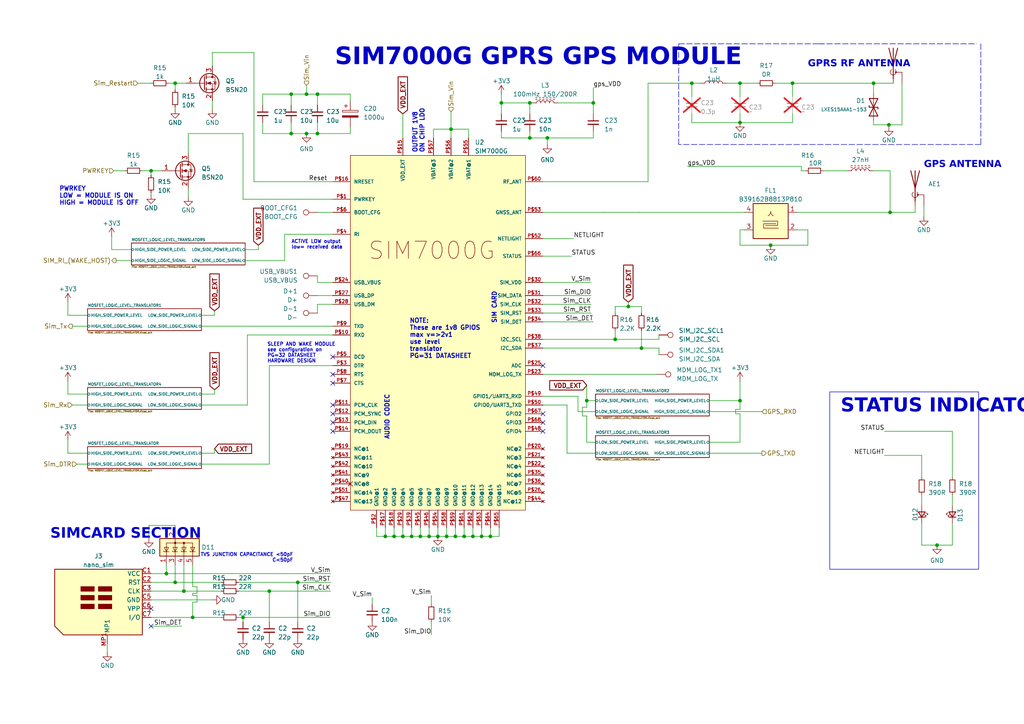
<source format=kicad_sch>
(kicad_sch (version 20230121) (generator eeschema)
  (paper "A4")
  (title_block (title "BIM BOARD") (date "2023-12-06") (rev "REV 2.0.0") (company "GEVITON") (comment 2 "Reviewed by: Timothy Kyalo") (comment 3 "Designed By: Robert Mutura") (comment 4 "BIM BOARD"))
  (junction (at 170.18 116.205))
  (junction (at 86.36 168.91))
  (junction (at 257.81 36.195))
  (junction (at 214.63 116.205))
  (junction (at 53.34 171.45))
  (junction (at 84.455 27.305))
  (junction (at 50.8 168.91))
  (junction (at 229.87 24.13))
  (junction (at 114.3 155.575))
  (junction (at 137.16 155.575))
  (junction (at 124.46 155.575))
  (junction (at 142.24 155.575))
  (junction (at 70.485 179.07))
  (junction (at 129.54 155.575))
  (junction (at 253.365 24.13))
  (junction (at 223.52 71.12))
  (junction (at 88.9 38.735))
  (junction (at 55.88 179.07))
  (junction (at 48.26 166.37))
  (junction (at 271.78 158.115))
  (junction (at 186.055 100.965))
  (junction (at 119.38 155.575))
  (junction (at 132.08 155.575))
  (junction (at 121.92 155.575))
  (junction (at 130.81 37.465))
  (junction (at 153.67 29.845))
  (junction (at 182.245 88.9))
  (junction (at 153.67 40.005))
  (junction (at 178.435 98.425))
  (junction (at 116.84 155.575))
  (junction (at 214.63 35.56))
  (junction (at 78.105 171.45))
  (junction (at 84.455 38.735))
  (junction (at 111.76 155.575))
  (junction (at 134.62 155.575))
  (junction (at 200.66 24.13))
  (junction (at 92.075 38.735))
  (junction (at 139.7 155.575))
  (junction (at 145.415 29.845))
  (junction (at 88.9 27.305))
  (junction (at 127 155.575))
  (junction (at 172.085 29.845))
  (junction (at 258.1638 61.595))
  (junction (at 50.8 24.13))
  (junction (at 43.815 49.53))
  (junction (at 92.075 27.305))
  (junction (at 158.75 40.005))
  (junction (at 214.63 24.13))
  (no_connect (at 96.52 117.475))
  (no_connect (at 157.48 125.095))
  (no_connect (at 157.48 106.045))
  (no_connect (at 96.52 120.015))
  (no_connect (at 96.52 125.095))
  (no_connect (at 157.48 120.015))
  (no_connect (at 96.52 103.505))
  (no_connect (at 43.815 181.61))
  (no_connect (at 96.52 122.555))
  (no_connect (at 157.48 122.555))
  (no_connect (at 96.52 108.585))
  (no_connect (at 43.815 176.53))
  (no_connect (at 96.52 111.125))
  (wire (pts (xy 257.81 36.195) (xy 261.62 36.195)))
  (wire (pts (xy 200.66 27.94) (xy 200.66 24.13)))
  (wire (pts (xy 170.18 111.76) (xy 170.18 116.205)))
  (wire (pts (xy 73.66 15.24) (xy 73.66 52.705)))
  (wire (pts (xy 38.1 72.39) (xy 32.385 72.39)))
  (wire (pts (xy 134.62 153.035) (xy 134.62 155.575)))
  (wire (pts (xy 121.92 155.575) (xy 124.46 155.575)))
  (wire (pts (xy 20.955 94.615) (xy 25.4 94.615)))
  (wire (pts (xy 257.81 36.195) (xy 257.81 36.83)))
  (wire (pts (xy 167.64 119.38) (xy 167.64 114.935)))
  (wire (pts (xy 111.76 155.575) (xy 114.3 155.575)))
  (wire (pts (xy 205.74 116.205) (xy 214.63 116.205)))
  (wire (pts (xy 43.815 49.53) (xy 46.99 49.53)))
  (wire (pts (xy 43.18 152.4) (xy 43.18 156.21)))
  (wire (pts (xy 54.61 54.61) (xy 54.61 57.15)))
  (wire (pts (xy 130.81 32.385) (xy 130.81 37.465)))
  (wire (pts (xy 71.755 117.475) (xy 71.755 97.155)))
  (wire (pts (xy 43.815 50.8) (xy 43.815 49.53)))
  (wire (pts (xy 121.92 153.035) (xy 121.92 155.575)))
  (wire (pts (xy 58.42 117.475) (xy 71.755 117.475)))
  (wire (pts (xy 109.22 153.035) (xy 109.22 155.575)))
  (wire (pts (xy 172.085 38.1) (xy 172.085 40.005)))
  (wire (pts (xy 186.055 88.9) (xy 182.245 88.9)))
  (wire (pts (xy 145.415 29.845) (xy 153.67 29.845)))
  (wire (pts (xy 153.67 40.005) (xy 158.75 40.005)))
  (wire (pts (xy 186.055 100.965) (xy 191.135 100.965)))
  (wire (pts (xy 61.595 29.21) (xy 61.595 31.75)))
  (wire (pts (xy 78.105 106.045) (xy 96.52 106.045)))
  (wire (pts (xy 203.2 24.13) (xy 200.66 24.13)))
  (wire (pts (xy 55.88 179.07) (xy 64.135 179.07)))
  (wire (pts (xy 219.71 24.13) (xy 214.63 24.13)))
  (wire (pts (xy 19.685 114.3) (xy 25.4 114.3)))
  (wire (pts (xy 125.73 37.465) (xy 125.73 40.005)))
  (polyline (pts (xy 284.48 12.7) (xy 284.48 41.91)) (stroke (width 0) (type dash)))
  (wire (pts (xy 71.12 75.565) (xy 82.55 75.565)))
  (wire (pts (xy 55.88 170.18) (xy 57.15 170.18)))
  (polyline (pts (xy 196.85 12.7) (xy 238.76 12.7)) (stroke (width 0) (type dash)))
  (wire (pts (xy 109.22 155.575) (xy 111.76 155.575)))
  (wire (pts (xy 223.52 71.12) (xy 214.63 71.12)))
  (wire (pts (xy 58.42 94.615) (xy 96.52 94.615)))
  (wire (pts (xy 137.16 155.575) (xy 139.7 155.575)))
  (wire (pts (xy 114.3 155.575) (xy 116.84 155.575)))
  (wire (pts (xy 70.485 179.07) (xy 95.885 179.07)))
  (wire (pts (xy 48.26 166.37) (xy 95.885 166.37)))
  (wire (pts (xy 234.315 66.675) (xy 234.315 71.12)))
  (wire (pts (xy 187.96 24.13) (xy 187.96 52.705)))
  (wire (pts (xy 182.245 88.9) (xy 178.435 88.9)))
  (wire (pts (xy 168.91 118.11) (xy 168.91 120.65)))
  (wire (pts (xy 153.67 38.1) (xy 153.67 40.005)))
  (wire (pts (xy 168.91 120.65) (xy 170.18 120.65)))
  (wire (pts (xy 214.63 35.56) (xy 200.66 35.56)))
  (wire (pts (xy 43.18 152.4) (xy 50.8 152.4)))
  (wire (pts (xy 114.3 153.035) (xy 114.3 155.575)))
  (wire (pts (xy 71.755 97.155) (xy 96.52 97.155)))
  (wire (pts (xy 185.42 61.595) (xy 215.9 61.595)))
  (wire (pts (xy 153.67 29.845) (xy 154.305 29.845)))
  (wire (pts (xy 172.085 40.005) (xy 158.75 40.005)))
  (wire (pts (xy 205.74 119.38) (xy 220.98 119.38)))
  (wire (pts (xy 33.02 49.53) (xy 36.195 49.53)))
  (wire (pts (xy 92.075 88.265) (xy 96.52 88.265)))
  (wire (pts (xy 233.68 49.53) (xy 232.41 49.53)))
  (wire (pts (xy 55.88 172.085) (xy 55.88 172.72)))
  (wire (pts (xy 78.105 171.45) (xy 95.885 171.45)))
  (wire (pts (xy 127 153.035) (xy 127 155.575)))
  (wire (pts (xy 137.16 153.035) (xy 137.16 155.575)))
  (wire (pts (xy 214.63 33.02) (xy 214.63 35.56)))
  (wire (pts (xy 84.455 38.735) (xy 88.9 38.735)))
  (wire (pts (xy 214.63 118.745) (xy 214.63 116.205)))
  (wire (pts (xy 62.23 91.44) (xy 58.42 91.44)))
  (wire (pts (xy 129.54 153.035) (xy 129.54 155.575)))
  (wire (pts (xy 186.055 90.805) (xy 186.055 88.9)))
  (wire (pts (xy 229.87 24.13) (xy 253.365 24.13)))
  (wire (pts (xy 157.48 52.705) (xy 187.96 52.705)))
  (wire (pts (xy 125.095 180.34) (xy 125.095 184.15)))
  (wire (pts (xy 267.335 132.08) (xy 267.335 138.43)))
  (wire (pts (xy 157.48 69.215) (xy 166.37 69.215)))
  (wire (pts (xy 170.18 118.11) (xy 168.91 118.11)))
  (wire (pts (xy 253.365 36.195) (xy 257.81 36.195)))
  (wire (pts (xy 125.095 172.72) (xy 125.095 175.26)))
  (wire (pts (xy 124.46 153.035) (xy 124.46 155.575)))
  (wire (pts (xy 111.76 153.035) (xy 111.76 155.575)))
  (wire (pts (xy 258.1638 49.53) (xy 258.1638 61.595)))
  (wire (pts (xy 129.54 155.575) (xy 132.08 155.575)))
  (wire (pts (xy 158.75 40.005) (xy 158.75 41.91)))
  (wire (pts (xy 231.14 61.595) (xy 258.1638 61.595)))
  (wire (pts (xy 92.075 80.01) (xy 92.075 81.915)))
  (wire (pts (xy 253.365 27.305) (xy 253.365 24.13)))
  (wire (pts (xy 224.79 24.13) (xy 229.87 24.13)))
  (wire (pts (xy 43.815 173.99) (xy 61.595 173.99)))
  (wire (pts (xy 43.815 56.515) (xy 43.815 55.88)))
  (wire (pts (xy 88.9 24.765) (xy 88.9 27.305)))
  (wire (pts (xy 101.6 27.305) (xy 92.075 27.305)))
  (wire (pts (xy 267.97 59.69) (xy 267.97 62.865)))
  (wire (pts (xy 265.43 59.69) (xy 265.43 61.595)))
  (polyline (pts (xy 196.85 41.91) (xy 196.85 12.7)) (stroke (width 0) (type dash)))
  (wire (pts (xy 76.2 27.305) (xy 76.2 30.48)))
  (wire (pts (xy 69.215 179.07) (xy 70.485 179.07)))
  (wire (pts (xy 25.4 131.445) (xy 19.685 131.445)))
  (wire (pts (xy 178.435 88.9) (xy 178.435 90.805)))
  (wire (pts (xy 178.435 98.425) (xy 191.135 98.425)))
  (wire (pts (xy 19.685 110.49) (xy 19.685 114.3)))
  (wire (pts (xy 82.55 75.565) (xy 82.55 67.945)))
  (wire (pts (xy 267.335 158.115) (xy 271.78 158.115)))
  (wire (pts (xy 231.14 66.675) (xy 234.315 66.675)))
  (wire (pts (xy 205.74 128.27) (xy 214.63 128.27)))
  (wire (pts (xy 92.075 27.305) (xy 92.075 30.48)))
  (wire (pts (xy 130.81 37.465) (xy 130.81 40.005)))
  (wire (pts (xy 214.63 120.015) (xy 214.63 128.27)))
  (wire (pts (xy 199.39 48.26) (xy 232.41 48.26)))
  (wire (pts (xy 276.225 143.51) (xy 276.225 146.685)))
  (wire (pts (xy 213.36 118.745) (xy 214.63 118.745)))
  (wire (pts (xy 130.81 37.465) (xy 135.89 37.465)))
  (wire (pts (xy 62.23 114.3) (xy 58.42 114.3)))
  (wire (pts (xy 62.23 113.03) (xy 62.23 114.3)))
  (wire (pts (xy 25.4 91.44) (xy 19.685 91.44)))
  (wire (pts (xy 92.075 85.725) (xy 96.52 85.725)))
  (wire (pts (xy 157.48 117.475) (xy 164.465 117.475)))
  (wire (pts (xy 185.42 61.5874) (xy 185.42 61.595)))
  (wire (pts (xy 171.45 90.805) (xy 157.48 90.805)))
  (wire (pts (xy 172.085 29.845) (xy 172.085 33.02)))
  (wire (pts (xy 214.63 24.13) (xy 210.82 24.13)))
  (wire (pts (xy 48.895 24.13) (xy 50.8 24.13)))
  (wire (pts (xy 214.63 24.13) (xy 214.63 27.94)))
  (wire (pts (xy 116.84 40.005) (xy 116.84 33.02)))
  (wire (pts (xy 190.5 108.585) (xy 157.48 108.585)))
  (wire (pts (xy 116.84 155.575) (xy 119.38 155.575)))
  (wire (pts (xy 258.1638 61.595) (xy 265.43 61.595)))
  (wire (pts (xy 50.8 168.91) (xy 50.8 163.83)))
  (wire (pts (xy 127 155.575) (xy 129.54 155.575)))
  (wire (pts (xy 205.74 131.445) (xy 220.98 131.445)))
  (wire (pts (xy 50.8 26.035) (xy 50.8 24.13)))
  (wire (pts (xy 43.815 171.45) (xy 53.34 171.45)))
  (wire (pts (xy 43.815 166.37) (xy 48.26 166.37)))
  (wire (pts (xy 214.63 71.12) (xy 214.63 66.675)))
  (wire (pts (xy 101.6 38.735) (xy 101.6 36.83)))
  (wire (pts (xy 161.925 29.845) (xy 172.085 29.845)))
  (wire (pts (xy 74.93 71.12) (xy 74.93 72.39)))
  (wire (pts (xy 191.135 102.87) (xy 191.135 100.965)))
  (wire (pts (xy 70.485 57.785) (xy 96.52 57.785)))
  (wire (pts (xy 54.61 44.45) (xy 54.61 38.735)))
  (wire (pts (xy 172.72 131.445) (xy 164.465 131.445)))
  (wire (pts (xy 229.87 24.13) (xy 229.87 27.94)))
  (wire (pts (xy 54.61 38.735) (xy 70.485 38.735)))
  (wire (pts (xy 84.455 27.305) (xy 76.2 27.305)))
  (wire (pts (xy 124.46 155.575) (xy 127 155.575)))
  (wire (pts (xy 276.225 151.765) (xy 276.225 158.115)))
  (wire (pts (xy 92.075 38.735) (xy 101.6 38.735)))
  (wire (pts (xy 142.24 153.035) (xy 142.24 155.575)))
  (wire (pts (xy 107.95 173.355) (xy 107.95 175.26)))
  (wire (pts (xy 69.215 171.45) (xy 78.105 171.45)))
  (wire (pts (xy 229.87 35.56) (xy 214.63 35.56)))
  (wire (pts (xy 153.67 29.845) (xy 153.67 33.02)))
  (wire (pts (xy 175.4647 61.595) (xy 157.48 61.595)))
  (wire (pts (xy 70.485 179.07) (xy 70.485 180.34)))
  (wire (pts (xy 33.655 75.565) (xy 38.1 75.565)))
  (wire (pts (xy 50.8 168.91) (xy 64.135 168.91)))
  (wire (pts (xy 172.085 25.4) (xy 172.085 29.845)))
  (wire (pts (xy 58.42 134.62) (xy 78.105 134.62)))
  (wire (pts (xy 50.8 24.13) (xy 53.975 24.13)))
  (wire (pts (xy 116.84 153.035) (xy 116.84 155.575)))
  (wire (pts (xy 78.105 134.62) (xy 78.105 106.045)))
  (wire (pts (xy 41.275 49.53) (xy 43.815 49.53)))
  (wire (pts (xy 171.45 85.725) (xy 157.48 85.725)))
  (wire (pts (xy 229.87 33.02) (xy 229.87 35.56)))
  (wire (pts (xy 20.955 117.475) (xy 25.4 117.475)))
  (wire (pts (xy 134.62 155.575) (xy 137.16 155.575)))
  (wire (pts (xy 73.66 52.705) (xy 96.52 52.705)))
  (wire (pts (xy 214.63 66.675) (xy 215.9 66.675)))
  (wire (pts (xy 62.23 90.17) (xy 62.23 91.44)))
  (wire (pts (xy 170.18 116.205) (xy 170.18 118.11)))
  (wire (pts (xy 84.455 27.305) (xy 84.455 30.48)))
  (wire (pts (xy 276.225 125.095) (xy 276.225 138.43)))
  (wire (pts (xy 76.2 35.56) (xy 76.2 38.735)))
  (wire (pts (xy 86.36 168.91) (xy 95.885 168.91)))
  (wire (pts (xy 191.135 97.155) (xy 191.135 98.425)))
  (wire (pts (xy 57.15 170.18) (xy 57.15 172.085)))
  (wire (pts (xy 55.88 174.625) (xy 55.88 179.07)))
  (wire (pts (xy 267.335 151.765) (xy 267.335 158.115)))
  (wire (pts (xy 178.435 95.885) (xy 178.435 98.425)))
  (wire (pts (xy 213.36 120.015) (xy 213.36 118.745)))
  (wire (pts (xy 132.08 153.035) (xy 132.08 155.575)))
  (wire (pts (xy 57.15 174.625) (xy 55.88 174.625)))
  (wire (pts (xy 145.415 40.005) (xy 153.67 40.005)))
  (wire (pts (xy 50.8 152.4) (xy 50.8 153.67)))
  (wire (pts (xy 57.15 172.72) (xy 57.15 174.625)))
  (wire (pts (xy 256.54 125.095) (xy 276.225 125.095)))
  (wire (pts (xy 214.63 110.49) (xy 214.63 116.205)))
  (wire (pts (xy 172.72 119.38) (xy 167.64 119.38)))
  (wire (pts (xy 214.63 120.015) (xy 213.36 120.015)))
  (wire (pts (xy 43.815 179.07) (xy 55.88 179.07)))
  (wire (pts (xy 43.815 181.61) (xy 52.705 181.61)))
  (wire (pts (xy 182.245 87.63) (xy 182.245 88.9)))
  (wire (pts (xy 119.38 155.575) (xy 121.92 155.575)))
  (wire (pts (xy 40.005 24.13) (xy 43.815 24.13)))
  (wire (pts (xy 19.685 127.635) (xy 19.685 131.445)))
  (wire (pts (xy 73.66 15.24) (xy 61.595 15.24)))
  (wire (pts (xy 78.105 180.34) (xy 78.105 171.45)))
  (wire (pts (xy 261.62 24.13) (xy 261.62 36.195)))
  (wire (pts (xy 157.48 93.345) (xy 172.085 93.345)))
  (wire (pts (xy 145.415 27.305) (xy 145.415 29.845)))
  (wire (pts (xy 232.41 48.26) (xy 232.41 49.53)))
  (wire (pts (xy 170.18 120.65) (xy 170.18 128.27)))
  (wire (pts (xy 62.23 130.175) (xy 62.23 131.445)))
  (wire (pts (xy 171.45 81.915) (xy 157.48 81.915)))
  (wire (pts (xy 253.365 34.925) (xy 253.365 36.195)))
  (wire (pts (xy 253.365 24.13) (xy 259.08 24.13)))
  (wire (pts (xy 132.08 155.575) (xy 134.62 155.575)))
  (wire (pts (xy 53.34 171.45) (xy 64.135 171.45)))
  (wire (pts (xy 139.7 153.035) (xy 139.7 155.575)))
  (wire (pts (xy 139.7 155.575) (xy 142.24 155.575)))
  (wire (pts (xy 164.465 117.475) (xy 164.465 131.445)))
  (wire (pts (xy 76.2 38.735) (xy 84.455 38.735)))
  (wire (pts (xy 170.18 128.27) (xy 172.72 128.27)))
  (wire (pts (xy 119.38 153.035) (xy 119.38 155.575)))
  (wire (pts (xy 32.385 68.58) (xy 32.385 72.39)))
  (wire (pts (xy 88.9 27.305) (xy 92.075 27.305)))
  (wire (pts (xy 256.54 132.08) (xy 267.335 132.08)))
  (wire (pts (xy 144.78 155.575) (xy 144.78 153.035)))
  (wire (pts (xy 167.64 114.935) (xy 157.48 114.935)))
  (wire (pts (xy 145.415 38.1) (xy 145.415 40.005)))
  (wire (pts (xy 171.45 88.265) (xy 157.48 88.265)))
  (wire (pts (xy 70.485 38.735) (xy 70.485 57.785)))
  (wire (pts (xy 43.815 168.91) (xy 50.8 168.91)))
  (wire (pts (xy 86.36 180.34) (xy 86.36 168.91)))
  (wire (pts (xy 82.55 67.945) (xy 96.52 67.945)))
  (wire (pts (xy 74.93 72.39) (xy 71.12 72.39)))
  (wire (pts (xy 55.88 163.83) (xy 55.88 170.18)))
  (wire (pts (xy 92.075 81.915) (xy 96.52 81.915)))
  (wire (pts (xy 238.76 49.53) (xy 245.745 49.53)))
  (wire (pts (xy 157.48 100.965) (xy 186.055 100.965)))
  (wire (pts (xy 145.415 29.845) (xy 145.415 33.02)))
  (wire (pts (xy 92.075 61.595) (xy 96.52 61.595)))
  (wire (pts (xy 142.24 155.575) (xy 144.78 155.575)))
  (wire (pts (xy 200.66 24.13) (xy 187.96 24.13)))
  (wire (pts (xy 92.075 90.805) (xy 92.075 88.265)))
  (wire (pts (xy 92.075 35.56) (xy 92.075 38.735)))
  (wire (pts (xy 50.8 31.75) (xy 50.8 31.115)))
  (wire (pts (xy 172.72 116.205) (xy 170.18 116.205)))
  (wire (pts (xy 19.685 87.63) (xy 19.685 91.44)))
  (wire (pts (xy 31.115 186.69) (xy 31.115 189.23)))
  (wire (pts (xy 157.48 74.295) (xy 165.735 74.295)))
  (wire (pts (xy 267.335 143.51) (xy 267.335 146.685)))
  (wire (pts (xy 61.595 15.24) (xy 61.595 19.05)))
  (wire (pts (xy 53.34 163.83) (xy 53.34 171.45)))
  (polyline (pts (xy 237.49 12.7) (xy 283.21 12.7)) (stroke (width 0) (type dash)))
  (wire (pts (xy 258.1638 49.53) (xy 253.365 49.53)))
  (wire (pts (xy 88.9 38.735) (xy 92.075 38.735)))
  (wire (pts (xy 62.23 131.445) (xy 58.42 131.445)))
  (wire (pts (xy 157.48 98.425) (xy 178.435 98.425)))
  (wire (pts (xy 69.215 168.91) (xy 86.36 168.91)))
  (wire (pts (xy 175.4647 61.5874) (xy 175.4647 61.595)))
  (wire (pts (xy 186.055 95.885) (xy 186.055 100.965)))
  (wire (pts (xy 22.225 134.62) (xy 25.4 134.62)))
  (wire (pts (xy 271.78 158.115) (xy 276.225 158.115)))
  (wire (pts (xy 234.315 71.12) (xy 223.52 71.12)))
  (wire (pts (xy 135.89 37.465) (xy 135.89 40.005)))
  (wire (pts (xy 48.26 166.37) (xy 48.26 163.83)))
  (wire (pts (xy 88.9 27.305) (xy 84.455 27.305)))
  (polyline (pts (xy 284.48 41.91) (xy 196.85 41.91)) (stroke (width 0) (type dash)))
  (wire (pts (xy 200.66 35.56) (xy 200.66 33.02)))
  (wire (pts (xy 175.4647 61.5874) (xy 185.42 61.5874)))
  (wire (pts (xy 55.88 172.085) (xy 57.15 172.085)))
  (wire (pts (xy 130.81 37.465) (xy 125.73 37.465)))
  (wire (pts (xy 84.455 35.56) (xy 84.455 38.735)))
  (wire (pts (xy 101.6 29.21) (xy 101.6 27.305)))
  (wire (pts (xy 55.88 172.72) (xy 57.15 172.72)))
  (rectangle (start 240.665 113.665) (end 283.845 165.1))
  (text "SIM7000G GPRS GPS MODULE" (at 97.155 20.955 0) (effects (font (size 5 5) bold) (justify left bottom)))
  (text "ACTIVE LOW output\nlow= received data" (at 84.455 72.39 0) (effects (font (size 1 1) bold) (justify left bottom)))
  (text "GPRS RF ANTENNA" (at 234.315 20.32 0) (effects (font (size 2 2) (thickness 0.4) bold) (justify left bottom)))
  (text "NOTE:\nThese are 1v8 GPIOS\nmax v=>2v1\nuse level \ntranslator\nPG=31 DATASHEET" (at 118.745 104.14 0) (effects (font (size 1.27 1.27) bold) (justify left bottom)))
  (text "SLEEP AND WAKE MODULE\nsee configuration on\nPG=32 DATASHEET\nHARDWARE DESIGN" (at 77.47 105.41 0) (effects (font (size 1 1) bold) (justify left bottom)))
  (text "SIM CARD" (at 144.145 93.98 90) (effects (font (size 1.27 1.27) bold) (justify left bottom)))
  (text "SIMCARD SECTION" (at 14.605 157.48 0) (effects (font (size 3 3) (thickness 0.6) bold) (justify left bottom)))
  (text "OUTPUT 1V8\nON CHIP LDO" (at 123.19 44.45 90) (effects (font (size 1.27 1.27) bold) (justify left bottom)))
  (text "STATUS INDICATORS" (at 243.84 121.285 0) (effects (font (size 4 4) (thickness 0.4) bold) (justify left bottom)))
  (text "TVS JUNCTION CAPACITANCE <50pF\nC<50pF" (at 85.09 163.195 0) (effects (font (size 1 1) bold) (justify right bottom)))
  (text "PWRKEY\nLOW = MODULE IS ON\nHIGH = MODULE IS OFF" (at 17.145 59.69 0) (effects (font (size 1.27 1.27) bold) (justify left bottom)))
  (text "GPS ANTENNA" (at 267.97 49.53 0) (effects (font (size 2 2) (thickness 0.4) bold) (justify left bottom)))
  (text "AUDIO CODEC" (at 113.03 127.635 90) (effects (font (size 1.27 1.27) bold) (justify left bottom)))
  (label "Sim_DIO" (at 95.885 179.07 180))
  (label "V_Sim" (at 125.095 172.72 180))
  (label "Sim_CLK" (at 171.45 88.265 180))
  (label "STATUS" (at 256.54 125.095 180))
  (label "Sim_DIO" (at 171.45 85.725 180))
  (label "Sim_DET" (at 52.705 181.61 180))
  (label "Sim_DIO" (at 125.095 184.15 180))
  (label "V_Sim" (at 171.45 81.915 180))
  (label "STATUS" (at 165.735 74.295 0))
  (label "Sim_CLK" (at 95.885 171.45 180))
  (label "gps_VDD" (at 199.39 48.26 0))
  (label "Reset" (at 89.535 52.705 0))
  (label "NETLIGHT" (at 166.37 69.215 0))
  (label "NETLIGHT" (at 256.54 132.08 180))
  (label "Sim_RST" (at 95.885 168.91 180))
  (label "Sim_DET" (at 172.085 93.345 180))
  (label "V_Sim" (at 107.95 173.355 180))
  (label "Sim_RST" (at 171.45 90.805 180))
  (label "V_Sim" (at 95.885 166.37 180))
  (label "gps_VDD" (at 172.085 25.4 0))
  (global_label "VDD_EXT" (shape input) (at 182.245 87.63 90) (effects (font bold)) (property "Intersheetrefs" "${INTERSHEET_REFS}" (effects hide)))
  (global_label "VDD_EXT" (shape input) (at 62.23 130.175 0) (effects (font bold)) (property "Intersheetrefs" "${INTERSHEET_REFS}" (effects hide)))
  (global_label "VDD_EXT" (shape input) (at 62.23 113.03 90) (effects (font bold)) (property "Intersheetrefs" "${INTERSHEET_REFS}" (effects hide)))
  (global_label "VDD_EXT" (shape input) (at 116.84 33.02 90) (effects (font bold)) (property "Intersheetrefs" "${INTERSHEET_REFS}" (effects hide)))
  (global_label "VDD_EXT" (shape input) (at 62.23 90.17 90) (effects (font bold)) (property "Intersheetrefs" "${INTERSHEET_REFS}" (effects hide)))
  (global_label "VDD_EXT" (shape input) (at 74.93 71.12 90) (effects (font bold)) (property "Intersheetrefs" "${INTERSHEET_REFS}" (effects hide)))
  (global_label "VDD_EXT" (shape input) (at 170.18 111.76 180) (effects (font bold)) (property "Intersheetrefs" "${INTERSHEET_REFS}" (effects hide)))
  (hierarchical_label "Sim_Tx" (shape output) (at 20.955 94.615 180))
  (hierarchical_label "PWRKEY" (shape input) (at 33.02 49.53 180))
  (hierarchical_label "Sim_Vin" (shape input) (at 88.9 24.765 90))
  (hierarchical_label "Sim_Vin" (shape input) (at 130.81 32.385 90))
  (hierarchical_label "Sim_Restart" (shape input) (at 40.005 24.13 180))
  (hierarchical_label "SIM_RI_(WAKE_HOST)" (shape output) (at 33.655 75.565 180))
  (hierarchical_label "GPS_TXD" (shape output) (at 220.98 131.445 0))
  (hierarchical_label "Sim_Rx" (shape input) (at 20.955 117.475 180))
  (hierarchical_label "Sim_DTR" (shape input) (at 22.225 134.62 180))
  (hierarchical_label "GPS_RXD" (shape input) (at 220.98 119.38 0))
  (symbol (lib_id "Device:C_Small") (at 229.87 30.48 180) (unit 1) (dnp yes)
    (property "Reference" "C23" (at 232.41 31.1086 0) (effects (justify right)))
    (property "Value" "~" (at 232.41 32.3786 0) (effects (justify right)))
    (property "Footprint" "Capacitor_SMD:C_0402_1005Metric" (effects hide))
    (instances (project "proxy_obdII_logger_hardware" (path "" (reference "C23") (unit 1))) (project "Weather_Station_Project" (path "" (reference "C23") (unit 1))) (project "BIM_PCB" (path "" (reference "C16") (unit 1))) (project "ELIESTER_V2" (path "" (reference "C?") (unit 1)) (path "" (reference "C92") (unit 1))))
  )
  (symbol (lib_id "Device:R_Small") (at 38.735 49.53 90) (unit 1)
    (property "Reference" "R15" (at 38.735 45.085 90))
    (property "Value" "1k" (at 38.735 47.625 90))
    (property "Footprint" "Resistor_SMD:R_0402_1005Metric" (effects hide))
    (instances (project "SIM7000G_GPS_GPRS_MODULE" (path "" (reference "R15") (unit 1))) (project "proxy_obdII_logger_hardware" (path "" (reference "R15") (unit 1))) (project "Weather_Station_Project" (path "" (reference "R15") (unit 1))) (project "BIM_PCB" (path "" (reference "R20") (unit 1))) (project "SIM_Module_Interface" (path "" (reference "R15") (unit 1))) (project "ELIESTER_V2" (path "" (reference "R60") (unit 1))))
  )
  (symbol (lib_id "power:GND") (at 257.81 36.83 0) (unit 1)
    (property "Reference" "#PWR039" (effects hide))
    (property "Value" "GND" (at 257.81 40.64 0))
    (instances (project "SIM7000G_GPS_GPRS_MODULE" (path "" (reference "#PWR039") (unit 1))) (project "proxy_obdII_logger_hardware" (path "" (reference "#PWR039") (unit 1))) (project "Weather_Station_Project" (path "" (reference "#PWR03") (unit 1))) (project "BIM_PCB" (path "" (reference "#PWR031") (unit 1))) (project "SIM_Module_Interface" (path "" (reference "#PWR039") (unit 1))) (project "ELIESTER_V2" (path "" (reference "#PWR081") (unit 1))))
  )
  (symbol (lib_id "Device:R_Small") (at 267.335 140.97 0) (mirror y) (unit 1)
    (property "Reference" "R18" (at 269.24 140.335 0) (effects (justify right)))
    (property "Value" "390R" (at 269.24 142.875 0) (effects (justify right)))
    (property "Footprint" "Resistor_SMD:R_0402_1005Metric" (effects hide))
    (instances (project "SIM7000G_GPS_GPRS_MODULE" (path "" (reference "R18") (unit 1))) (project "proxy_obdII_logger_hardware" (path "" (reference "R18") (unit 1))) (project "Weather_Station_Project" (path "" (reference "R31") (unit 1))) (project "BIM_PCB" (path "" (reference "R25") (unit 1))) (project "SIM_Module_Interface" (path "" (reference "R18") (unit 1))) (project "ELIESTER_V2" (path "" (reference "R65") (unit 1))))
  )
  (symbol (lib_id "Device:D_TVS") (at 253.365 31.115 90) (unit 1)
    (property "Reference" "D1" (at 248.285 29.21 90) (effects (justify right)))
    (property "Value" "LXES15AAA1-153" (at 238.125 31.75 90) (effects (font (size 1 1)) (justify right)))
    (property "Footprint" "Diode_SMD:D_0402_1005Metric" (effects hide))
    (instances (project "SIM7000G_GPS_GPRS_MODULE" (path "" (reference "D1") (unit 1))) (project "Weather_Station_Project" (path "" (reference "D1") (unit 1))) (project "BIM_PCB" (path "" (reference "D3") (unit 1))) (project "ELIESTER_V2" (path "" (reference "D18") (unit 1))))
  )
  (symbol (lib_id "Device:LED_Small") (at 276.225 149.225 90) (unit 1)
    (property "Reference" "D13" (at 278.511 149.479 0))
    (property "Value" "BLUE" (effects hide))
    (property "Footprint" "LED_SMD:LED_0603_1608Metric" (effects hide))
    (instances (project "SIM7000G_GPS_GPRS_MODULE" (path "" (reference "D13") (unit 1))) (project "proxy_obdII_logger_hardware" (path "" (reference "D13") (unit 1))) (project "Weather_Station_Project" (path "" (reference "D2") (unit 1))) (project "BIM_PCB" (path "" (reference "D5") (unit 1))) (project "SIM_Module_Interface" (path "" (reference "D13") (unit 1))) (project "ELIESTER_V2" (path "" (reference "D19") (unit 1))))
  )
  (symbol (lib_id "Device:C_Small") (at 76.2 33.02 0) (unit 1)
    (property "Reference" "C23" (at 79.375 32.3913 0) (effects (justify left)))
    (property "Value" "1u" (at 79.375 34.9313 0) (effects (justify left)))
    (property "Footprint" "Capacitor_SMD:C_0402_1005Metric" (effects hide))
    (instances (project "proxy_obdII_logger_hardware" (path "" (reference "C23") (unit 1))) (project "Weather_Station_Project" (path "" (reference "C23") (unit 1))) (project "BIM_PCB" (path "" (reference "C17") (unit 1))) (project "ELIESTER_V2" (path "" (reference "C?") (unit 1)) (path "" (reference "C81") (unit 1))))
  )
  (symbol (lib_id "Device:C_Small") (at 153.67 35.56 0) (unit 1)
    (property "Reference" "C23" (at 156.21 34.9313 0) (effects (justify left)))
    (property "Value" "10n" (at 156.21 37.4713 0) (effects (justify left)))
    (property "Footprint" "Capacitor_SMD:C_0402_1005Metric" (effects hide))
    (instances (project "proxy_obdII_logger_hardware" (path "" (reference "C23") (unit 1))) (project "Weather_Station_Project" (path "" (reference "C23") (unit 1))) (project "BIM_PCB" (path "" (reference "C22") (unit 1))) (project "ELIESTER_V2" (path "" (reference "C?") (unit 1)) (path "" (reference "C91") (unit 1))))
  )
  (symbol (lib_id "power:GND") (at 86.36 185.42 0) (unit 1)
    (property "Reference" "#PWR032" (effects hide))
    (property "Value" "GND" (at 86.36 189.23 0))
    (instances (project "SIM7000G_GPS_GPRS_MODULE" (path "" (reference "#PWR032") (unit 1))) (project "proxy_obdII_logger_hardware" (path "" (reference "#PWR032") (unit 1))) (project "Weather_Station_Project" (path "" (reference "#PWR053") (unit 1))) (project "BIM_PCB" (path "" (reference "#PWR052") (unit 1))) (project "SIM_Module_Interface" (path "" (reference "#PWR032") (unit 1))) (project "ELIESTER_V2" (path "" (reference "#PWR0134") (unit 1))))
  )
  (symbol (lib_id "MCD_General:nano_sim_SIM8066-6-1-14-01-A") (at 31.115 173.99 0) (mirror y) (unit 1)
    (property "Reference" "J3" (at 28.575 161.29 0))
    (property "Value" "nano_sim" (at 28.575 163.83 0))
    (property "Footprint" "MACHADA_footprints:nano_sim_NSIM-2-C" (effects hide))
    (property "Datasheet" "https://www.digikey.com/en/products/detail/gct/SIM8066-6-1-14-01-A/14305253?s=N4IgTCBcDaIM4EsC2AOADANgyAugXyA" (effects hide))
    (property "MPN" "NSIM-2-C" (effects hide))
    (instances (project "GPS_MODULE_V3" (path "" (reference "J3") (unit 1))) (project "BIM_PCB" (path "" (reference "J5") (unit 1))))
  )
  (symbol (lib_id "Filter:B39162B8813P810") (at 223.52 64.135 0) (mirror y) (unit 1)
    (property "Reference" "FL1" (at 223.52 55.245 0))
    (property "Value" "B39162B8813P810" (at 223.52 57.785 0))
    (property "Footprint" "Filter:Filter_1109-5_1.1x0.9mm" (effects hide))
    (property "Datasheet" "https://product.tdk.com/search-template/en/documents/data_sheet/40/ds/mc/B9482.pdf" (effects hide))
  )
  (symbol (lib_id "Connector:TestPoint") (at 191.135 102.87 270) (unit 1)
    (property "Reference" "SIM_I2C_SDA1" (at 196.85 101.6 90) (effects (justify left)))
    (property "Value" "SIM_I2C_SDA" (at 196.85 104.14 90) (effects (justify left)))
    (property "Footprint" "brilliant-kicad-library:TestPoint_Pad_D0.9mm" (effects hide))
  )
  (symbol (lib_id "power:GND") (at 88.9 38.735 0) (unit 1)
    (property "Reference" "#PWR032" (effects hide))
    (property "Value" "GND" (at 88.9 43.18 0))
    (instances (project "BIM_PCB" (path "" (reference "#PWR032") (unit 1))) (project "ELIESTER_V2" (path "" (reference "#PWR0140") (unit 1))))
  )
  (symbol (lib_id "Device:C_Small") (at 84.455 33.02 0) (unit 1)
    (property "Reference" "C23" (at 86.995 32.3913 0) (effects (justify left)))
    (property "Value" "10u" (at 86.995 34.9313 0) (effects (justify left)))
    (property "Footprint" "Capacitor_SMD:C_0402_1005Metric" (effects hide))
    (instances (project "proxy_obdII_logger_hardware" (path "" (reference "C23") (unit 1))) (project "Weather_Station_Project" (path "" (reference "C23") (unit 1))) (project "BIM_PCB" (path "" (reference "C18") (unit 1))) (project "ELIESTER_V2" (path "" (reference "C?") (unit 1)) (path "" (reference "C82") (unit 1))))
  )
  (symbol (lib_id "Device:R_Small") (at 43.815 53.34 180) (unit 1)
    (property "Reference" "R15" (at 45.72 52.705 0) (effects (justify right)))
    (property "Value" "10K" (at 45.72 55.245 0) (effects (justify right)))
    (property "Footprint" "Resistor_SMD:R_0402_1005Metric" (effects hide))
    (instances (project "SIM7000G_GPS_GPRS_MODULE" (path "" (reference "R15") (unit 1))) (project "proxy_obdII_logger_hardware" (path "" (reference "R15") (unit 1))) (project "Weather_Station_Project" (path "" (reference "R16") (unit 1))) (project "BIM_PCB" (path "" (reference "R22") (unit 1))) (project "SIM_Module_Interface" (path "" (reference "R15") (unit 1))) (project "ELIESTER_V2" (path "" (reference "R61") (unit 1))))
  )
  (symbol (lib_id "power:GND") (at 43.815 56.515 0) (unit 1)
    (property "Reference" "#PWR031" (effects hide))
    (property "Value" "GND" (at 43.815 60.325 0))
    (instances (project "SIM7000G_GPS_GPRS_MODULE" (path "" (reference "#PWR031") (unit 1))) (project "proxy_obdII_logger_hardware" (path "" (reference "#PWR031") (unit 1))) (project "Weather_Station_Project" (path "" (reference "#PWR023") (unit 1))) (project "BIM_PCB" (path "" (reference "#PWR037") (unit 1))) (project "SIM_Module_Interface" (path "" (reference "#PWR031") (unit 1))) (project "ELIESTER_V2" (path "" (reference "#PWR0154") (unit 1))))
  )
  (symbol (lib_id "power:GND") (at 61.595 173.99 90) (unit 1)
    (property "Reference" "#PWR033" (effects hide))
    (property "Value" "GND" (at 64.135 173.99 90) (effects (justify right)))
    (instances (project "SIM7000G_GPS_GPRS_MODULE" (path "" (reference "#PWR033") (unit 1))) (project "proxy_obdII_logger_hardware" (path "" (reference "#PWR033") (unit 1))) (project "Weather_Station_Project" (path "" (reference "#PWR054") (unit 1))) (project "BIM_PCB" (path "" (reference "#PWR048") (unit 1))) (project "SIM_Module_Interface" (path "" (reference "#PWR033") (unit 1))) (project "ELIESTER_V2" (path "" (reference "#PWR0161") (unit 1))))
  )
  (symbol (lib_id "Device:C_Small") (at 86.36 182.88 0) (mirror y) (unit 1)
    (property "Reference" "C2" (at 88.9 182.2513 0) (effects (justify right)))
    (property "Value" "22p" (at 88.9 184.7913 0) (effects (justify right)))
    (property "Footprint" "Capacitor_SMD:C_0402_1005Metric" (effects hide))
    (instances (project "SIM7000G_GPS_GPRS_MODULE" (path "" (reference "C2") (unit 1))) (project "Weather_Station_Project" (path "" (reference "C2") (unit 1))) (project "BIM_PCB" (path "" (reference "C29") (unit 1))) (project "ELIESTER_V2" (path "" (reference "C89") (unit 1))))
  )
  (symbol (lib_id "Device:R_Small") (at 276.225 140.97 0) (mirror y) (unit 1)
    (property "Reference" "R18" (at 278.13 140.335 0) (effects (justify right)))
    (property "Value" "390R" (at 278.13 142.875 0) (effects (justify right)))
    (property "Footprint" "Resistor_SMD:R_0402_1005Metric" (effects hide))
    (instances (project "SIM7000G_GPS_GPRS_MODULE" (path "" (reference "R18") (unit 1))) (project "proxy_obdII_logger_hardware" (path "" (reference "R18") (unit 1))) (project "Weather_Station_Project" (path "" (reference "R31") (unit 1))) (project "BIM_PCB" (path "" (reference "R26") (unit 1))) (project "SIM_Module_Interface" (path "" (reference "R18") (unit 1))) (project "ELIESTER_V2" (path "" (reference "R66") (unit 1))))
  )
  (symbol (lib_id "power:+3V3") (at 145.415 27.305 0) (unit 1)
    (property "Reference" "#PWR027" (effects hide))
    (property "Value" "+3V3" (at 145.415 23.495 0))
    (instances (project "BIM_PCB" (path "" (reference "#PWR027") (unit 1))) (project "ELIESTER_V2" (path "" (reference "#PWR0139") (unit 1))))
  )
  (symbol (lib_id "power:+3V3") (at 214.63 110.49 0) (unit 1)
    (property "Reference" "#PWR044" (effects hide))
    (property "Value" "+3V3" (at 214.63 106.68 0))
    (instances (project "BIM_PCB" (path "" (reference "#PWR044") (unit 1))) (project "ELIESTER_V2" (path "" (reference "#PWR076") (unit 1))))
  )
  (symbol (lib_id "Device:R_Small") (at 66.675 168.91 270) (unit 1)
    (property "Reference" "R15" (at 63.5 167.64 90))
    (property "Value" "22R" (at 71.12 167.64 90))
    (property "Footprint" "Resistor_SMD:R_0402_1005Metric" (effects hide))
    (instances (project "SIM7000G_GPS_GPRS_MODULE" (path "" (reference "R15") (unit 1))) (project "proxy_obdII_logger_hardware" (path "" (reference "R15") (unit 1))) (project "Weather_Station_Project" (path "" (reference "R35") (unit 1))) (project "BIM_PCB" (path "" (reference "R27") (unit 1))) (project "SIM_Module_Interface" (path "" (reference "R15") (unit 1))) (project "ELIESTER_V2" (path "" (reference "R70") (unit 1))))
  )
  (symbol (lib_id "GCL_Modules&Devboards:SIM7000G") (at 109.22 45.085 0) (unit 1)
    (property "Reference" "U2" (at 137.7189 41.275 0) (effects (justify left)))
    (property "Value" "SIM7000G" (at 137.7189 43.815 0) (effects (justify left)))
    (property "Footprint" "greencharge-footprints:SIM7000G" (effects hide))
    (instances (project "SIM7000G_GPS_GPRS_MODULE" (path "" (reference "U2") (unit 1))) (project "Weather_Station_Project" (path "" (reference "U2") (unit 1))) (project "BIM_PCB" (path "" (reference "U3") (unit 1))) (project "ELIESTER_V2" (path "" (reference "U26") (unit 1))))
  )
  (symbol (lib_id "power:+3V3") (at 19.685 110.49 0) (unit 1)
    (property "Reference" "#PWR043" (effects hide))
    (property "Value" "+3V3" (at 19.685 106.68 0))
    (instances (project "BIM_PCB" (path "" (reference "#PWR043") (unit 1))) (project "ELIESTER_V2" (path "" (reference "#PWR075") (unit 1))))
  )
  (symbol (lib_id "Connector:TestPoint") (at 190.5 108.585 270) (unit 1)
    (property "Reference" "MDM_LOG_TX1" (at 196.215 107.315 90) (effects (justify left)))
    (property "Value" "MDM_LOG_TX" (at 196.215 109.855 90) (effects (justify left)))
    (property "Footprint" "brilliant-kicad-library:TestPoint_Pad_D0.9mm" (effects hide))
  )
  (symbol (lib_id "Device:C_Small") (at 107.95 177.8 0) (mirror y) (unit 1)
    (property "Reference" "C2" (at 110.49 177.1713 0) (effects (justify right)))
    (property "Value" "100n" (at 110.49 179.7113 0) (effects (justify right)))
    (property "Footprint" "Capacitor_SMD:C_0402_1005Metric" (effects hide))
    (instances (project "SIM7000G_GPS_GPRS_MODULE" (path "" (reference "C2") (unit 1))) (project "Weather_Station_Project" (path "" (reference "C2") (unit 1))) (project "BIM_PCB" (path "" (reference "C26") (unit 1))) (project "ELIESTER_V2" (path "" (reference "C86") (unit 1))))
  )
  (symbol (lib_id "Device:Antenna_Shield") (at 259.08 19.05 0) (unit 1)
    (property "Reference" "AE2" (effects hide))
    (property "Value" "Antenna_Shield" (effects hide))
    (property "Footprint" "greencharge-footprints:UFL_COAX_CONN23370191" (effects hide))
    (instances (project "SIM7000G_GPS_GPRS_MODULE" (path "" (reference "AE2") (unit 1))) (project "proxy_obdII_logger_hardware" (path "" (reference "AE2") (unit 1))) (project "Weather_Station_Project" (path "" (reference "AE1") (unit 1))) (project "BIM_PCB" (path "" (reference "AE1") (unit 1))) (project "SIM_Module_Interface" (path "" (reference "AE2") (unit 1))) (project "ELIESTER_V2" (path "" (reference "AE1") (unit 1))))
  )
  (symbol (lib_id "Connector:TestPoint") (at 92.075 90.805 90) (mirror x) (unit 1)
    (property "Reference" "D-1" (at 86.36 89.535 90) (effects (justify left)))
    (property "Value" "D-" (at 86.36 92.075 90) (effects (justify left)))
    (property "Footprint" "brilliant-kicad-library:TestPoint_Pad_D0.9mm" (effects hide))
  )
  (symbol (lib_id "power:+3V3") (at 32.385 68.58 0) (unit 1)
    (property "Reference" "#PWR085" (effects hide))
    (property "Value" "+3V3" (at 32.385 64.77 0))
    (instances (project "BIM_PCB" (path "" (reference "#PWR085") (unit 1))) (project "ELIESTER_V2" (path "" (reference "#PWR075") (unit 1))))
  )
  (symbol (lib_id "power:GND") (at 127 155.575 0) (unit 1)
    (property "Reference" "#PWR032" (effects hide))
    (property "Value" "GND" (at 127 159.385 0))
    (instances (project "SIM7000G_GPS_GPRS_MODULE" (path "" (reference "#PWR032") (unit 1))) (project "proxy_obdII_logger_hardware" (path "" (reference "#PWR032") (unit 1))) (project "Weather_Station_Project" (path "" (reference "#PWR058") (unit 1))) (project "BIM_PCB" (path "" (reference "#PWR045") (unit 1))) (project "SIM_Module_Interface" (path "" (reference "#PWR032") (unit 1))) (project "ELIESTER_V2" (path "" (reference "#PWR0160") (unit 1))))
  )
  (symbol (lib_id "Device:R_Small") (at 66.675 179.07 270) (unit 1)
    (property "Reference" "R15" (at 63.5 177.8 90))
    (property "Value" "22R" (at 71.12 177.8 90))
    (property "Footprint" "Resistor_SMD:R_0402_1005Metric" (effects hide))
    (instances (project "SIM7000G_GPS_GPRS_MODULE" (path "" (reference "R15") (unit 1))) (project "proxy_obdII_logger_hardware" (path "" (reference "R15") (unit 1))) (project "Weather_Station_Project" (path "" (reference "R35") (unit 1))) (project "BIM_PCB" (path "" (reference "R30") (unit 1))) (project "SIM_Module_Interface" (path "" (reference "R15") (unit 1))) (project "ELIESTER_V2" (path "" (reference "R73") (unit 1))))
  )
  (symbol (lib_id "Device:C_Small") (at 214.63 30.48 180) (unit 1) (dnp yes)
    (property "Reference" "C23" (at 217.17 31.1086 0) (effects (justify right)))
    (property "Value" "~" (at 217.17 32.3786 0) (effects (justify right)))
    (property "Footprint" "Capacitor_SMD:C_0402_1005Metric" (effects hide))
    (instances (project "proxy_obdII_logger_hardware" (path "" (reference "C23") (unit 1))) (project "Weather_Station_Project" (path "" (reference "C23") (unit 1))) (project "BIM_PCB" (path "" (reference "C15") (unit 1))) (project "ELIESTER_V2" (path "" (reference "C?") (unit 1)) (path "" (reference "C92") (unit 1))))
  )
  (symbol (lib_id "Device:R_Small") (at 125.095 177.8 180) (unit 1)
    (property "Reference" "R15" (at 127 177.165 0) (effects (justify right)))
    (property "Value" "10K" (at 127 179.705 0) (effects (justify right)))
    (property "Footprint" "Resistor_SMD:R_0402_1005Metric" (effects hide))
    (instances (project "SIM7000G_GPS_GPRS_MODULE" (path "" (reference "R15") (unit 1))) (project "proxy_obdII_logger_hardware" (path "" (reference "R15") (unit 1))) (project "Weather_Station_Project" (path "" (reference "R35") (unit 1))) (project "BIM_PCB" (path "" (reference "R29") (unit 1))) (project "SIM_Module_Interface" (path "" (reference "R15") (unit 1))) (project "ELIESTER_V2" (path "" (reference "R72") (unit 1))))
  )
  (symbol (lib_id "power:GND") (at 214.63 35.56 0) (unit 1)
    (property "Reference" "#PWR039" (effects hide))
    (property "Value" "GND" (at 214.63 39.37 0))
    (instances (project "SIM7000G_GPS_GPRS_MODULE" (path "" (reference "#PWR039") (unit 1))) (project "proxy_obdII_logger_hardware" (path "" (reference "#PWR039") (unit 1))) (project "Weather_Station_Project" (path "" (reference "#PWR03") (unit 1))) (project "BIM_PCB" (path "" (reference "#PWR030") (unit 1))) (project "SIM_Module_Interface" (path "" (reference "#PWR039") (unit 1))) (project "ELIESTER_V2" (path "" (reference "#PWR081") (unit 1))))
  )
  (symbol (lib_id "Connector:TestPoint") (at 92.075 85.725 90) (mirror x) (unit 1)
    (property "Reference" "D+1" (at 86.36 84.455 90) (effects (justify left)))
    (property "Value" "D+" (at 86.36 86.995 90) (effects (justify left)))
    (property "Footprint" "brilliant-kicad-library:TestPoint_Pad_D0.9mm" (effects hide))
  )
  (symbol (lib_id "Device:R_Small") (at 236.22 49.53 270) (unit 1)
    (property "Reference" "R16" (at 236.22 45.085 90) (effects (justify right)))
    (property "Value" "10R" (at 238.4425 47.3075 90) (effects (justify right)))
    (property "Footprint" "Resistor_SMD:R_0402_1005Metric" (effects hide))
    (instances (project "SIM7000G_GPS_GPRS_MODULE" (path "" (reference "R16") (unit 1))) (project "proxy_obdII_logger_hardware" (path "" (reference "R16") (unit 1))) (project "Weather_Station_Project" (path "" (reference "R23") (unit 1))) (project "BIM_PCB" (path "" (reference "R21") (unit 1))) (project "SIM_Module_Interface" (path "" (reference "R16") (unit 1))) (project "ELIESTER_V2" (path "" (reference "R64") (unit 1))))
  )
  (symbol (lib_id "Device:C_Small") (at 145.415 35.56 0) (unit 1)
    (property "Reference" "C23" (at 148.59 34.9313 0) (effects (justify left)))
    (property "Value" "1u" (at 148.59 37.4713 0) (effects (justify left)))
    (property "Footprint" "Capacitor_SMD:C_0402_1005Metric" (effects hide))
    (instances (project "proxy_obdII_logger_hardware" (path "" (reference "C23") (unit 1))) (project "Weather_Station_Project" (path "" (reference "C23") (unit 1))) (project "BIM_PCB" (path "" (reference "C21") (unit 1))) (project "ELIESTER_V2" (path "" (reference "C?") (unit 1)) (path "" (reference "C90") (unit 1))))
  )
  (symbol (lib_id "Device:R_Small") (at 178.435 93.345 180) (unit 1)
    (property "Reference" "R16" (at 179.705 92.71 0) (effects (justify right)))
    (property "Value" "2.2K" (at 179.705 95.25 0) (effects (justify right)))
    (property "Footprint" "Resistor_SMD:R_0603_1608Metric" (effects hide))
    (instances (project "SIM7000G_GPS_GPRS_MODULE" (path "" (reference "R16") (unit 1))) (project "proxy_obdII_logger_hardware" (path "" (reference "R16") (unit 1))) (project "Weather_Station_Project" (path "" (reference "R23") (unit 1))) (project "BIM_PCB" (path "" (reference "R23") (unit 1))) (project "SIM_Module_Interface" (path "" (reference "R16") (unit 1))) (project "ELIESTER_V2" (path "" (reference "R62") (unit 1))))
  )
  (symbol (lib_id "Device:C_Small") (at 172.085 35.56 0) (unit 1)
    (property "Reference" "C23" (at 175.26 34.9313 0) (effects (justify left)))
    (property "Value" "1n" (at 175.26 37.4713 0) (effects (justify left)))
    (property "Footprint" "Capacitor_SMD:C_0402_1005Metric" (effects hide))
    (instances (project "proxy_obdII_logger_hardware" (path "" (reference "C23") (unit 1))) (project "Weather_Station_Project" (path "" (reference "C23") (unit 1))) (project "BIM_PCB" (path "" (reference "C23") (unit 1))) (project "ELIESTER_V2" (path "" (reference "C?") (unit 1)) (path "" (reference "C92") (unit 1))))
  )
  (symbol (lib_id "power:+3V3") (at 19.685 87.63 0) (unit 1)
    (property "Reference" "#PWR042" (effects hide))
    (property "Value" "+3V3" (at 19.685 83.82 0))
    (instances (project "BIM_PCB" (path "" (reference "#PWR042") (unit 1))) (project "ELIESTER_V2" (path "" (reference "#PWR076") (unit 1))))
  )
  (symbol (lib_id "Connector:TestPoint") (at 92.075 61.595 90) (mirror x) (unit 1)
    (property "Reference" "BOOT_CFG1" (at 86.36 60.325 90) (effects (justify left)))
    (property "Value" "BOOT_CFG" (at 86.36 62.865 90) (effects (justify left)))
    (property "Footprint" "brilliant-kicad-library:TestPoint_Pad_D0.9mm" (effects hide))
  )
  (symbol (lib_id "Connector:TestPoint") (at 191.135 97.155 270) (unit 1)
    (property "Reference" "SIM_I2C_SCL1" (at 196.85 95.885 90) (effects (justify left)))
    (property "Value" "SIM_I2C_SCL" (at 196.85 98.425 90) (effects (justify left)))
    (property "Footprint" "brilliant-kicad-library:TestPoint_Pad_D0.9mm" (effects hide))
  )
  (symbol (lib_id "power:GND") (at 223.52 71.12 0) (unit 1)
    (property "Reference" "#PWR039" (effects hide))
    (property "Value" "GND" (at 223.52 74.93 0))
    (instances (project "SIM7000G_GPS_GPRS_MODULE" (path "" (reference "#PWR039") (unit 1))) (project "proxy_obdII_logger_hardware" (path "" (reference "#PWR039") (unit 1))) (project "Weather_Station_Project" (path "" (reference "#PWR03") (unit 1))) (project "BIM_PCB" (path "" (reference "#PWR041") (unit 1))) (project "SIM_Module_Interface" (path "" (reference "#PWR039") (unit 1))) (project "ELIESTER_V2" (path "" (reference "#PWR081") (unit 1))))
  )
  (symbol (lib_id "power:GND") (at 50.8 31.75 0) (unit 1)
    (property "Reference" "#PWR031" (effects hide))
    (property "Value" "GND" (at 50.8 35.56 0))
    (instances (project "SIM7000G_GPS_GPRS_MODULE" (path "" (reference "#PWR031") (unit 1))) (project "proxy_obdII_logger_hardware" (path "" (reference "#PWR031") (unit 1))) (project "Weather_Station_Project" (path "" (reference "#PWR04") (unit 1))) (project "BIM_PCB" (path "" (reference "#PWR028") (unit 1))) (project "SIM_Module_Interface" (path "" (reference "#PWR031") (unit 1))) (project "ELIESTER_V2" (path "" (reference "#PWR0151") (unit 1))))
  )
  (symbol (lib_id "power:+3V3") (at 19.685 127.635 0) (unit 1)
    (property "Reference" "#PWR084" (effects hide))
    (property "Value" "+3V3" (at 19.685 123.825 0))
    (instances (project "BIM_PCB" (path "" (reference "#PWR084") (unit 1))) (project "ELIESTER_V2" (path "" (reference "#PWR075") (unit 1))))
  )
  (symbol (lib_id "Device:C_Small") (at 70.485 182.88 0) (mirror y) (unit 1)
    (property "Reference" "C2" (at 73.025 182.2513 0) (effects (justify right)))
    (property "Value" "22p" (at 73.025 184.7913 0) (effects (justify right)))
    (property "Footprint" "Capacitor_SMD:C_0402_1005Metric" (effects hide))
    (instances (project "SIM7000G_GPS_GPRS_MODULE" (path "" (reference "C2") (unit 1))) (project "Weather_Station_Project" (path "" (reference "C2") (unit 1))) (project "BIM_PCB" (path "" (reference "C27") (unit 1))) (project "ELIESTER_V2" (path "" (reference "C87") (unit 1))))
  )
  (symbol (lib_id "Device:LED_Small") (at 267.335 149.225 270) (mirror x) (unit 1)
    (property "Reference" "D12" (at 265.43 149.225 0))
    (property "Value" "ORANGE" (effects hide))
    (property "Footprint" "LED_SMD:LED_0603_1608Metric" (effects hide))
    (instances (project "SIM7000G_GPS_GPRS_MODULE" (path "" (reference "D12") (unit 1))) (project "proxy_obdII_logger_hardware" (path "" (reference "D12") (unit 1))) (project "Weather_Station_Project" (path "" (reference "D3") (unit 1))) (project "BIM_PCB" (path "" (reference "D4") (unit 1))) (project "SIM_Module_Interface" (path "" (reference "D12") (unit 1))) (project "ELIESTER_V2" (path "" (reference "D20") (unit 1))))
  )
  (symbol (lib_id "Device:L") (at 207.01 24.13 90) (unit 1)
    (property "Reference" "L2" (at 207.01 20.32 90))
    (property "Value" "1uH" (at 207.01 22.86 90))
    (property "Footprint" "Inductor_SMD:L_0402_1005Metric" (effects hide))
  )
  (symbol (lib_id "power:GND") (at 107.95 180.34 0) (unit 1)
    (property "Reference" "#PWR032" (effects hide))
    (property "Value" "GND" (at 107.95 184.15 0))
    (instances (project "SIM7000G_GPS_GPRS_MODULE" (path "" (reference "#PWR032") (unit 1))) (project "proxy_obdII_logger_hardware" (path "" (reference "#PWR032") (unit 1))) (project "Weather_Station_Project" (path "" (reference "#PWR053") (unit 1))) (project "BIM_PCB" (path "" (reference "#PWR049") (unit 1))) (project "SIM_Module_Interface" (path "" (reference "#PWR032") (unit 1))) (project "ELIESTER_V2" (path "" (reference "#PWR0158") (unit 1))))
  )
  (symbol (lib_id "power:GND") (at 78.105 185.42 0) (unit 1)
    (property "Reference" "#PWR032" (effects hide))
    (property "Value" "GND" (at 78.105 189.23 0))
    (instances (project "SIM7000G_GPS_GPRS_MODULE" (path "" (reference "#PWR032") (unit 1))) (project "proxy_obdII_logger_hardware" (path "" (reference "#PWR032") (unit 1))) (project "Weather_Station_Project" (path "" (reference "#PWR053") (unit 1))) (project "BIM_PCB" (path "" (reference "#PWR051") (unit 1))) (project "SIM_Module_Interface" (path "" (reference "#PWR032") (unit 1))) (project "ELIESTER_V2" (path "" (reference "#PWR0133") (unit 1))))
  )
  (symbol (lib_id "Device:R_Small") (at 46.355 24.13 90) (unit 1)
    (property "Reference" "R15" (at 46.355 19.685 90))
    (property "Value" "1k" (at 46.355 22.225 90))
    (property "Footprint" "Resistor_SMD:R_0402_1005Metric" (effects hide))
    (instances (project "SIM7000G_GPS_GPRS_MODULE" (path "" (reference "R15") (unit 1))) (project "proxy_obdII_logger_hardware" (path "" (reference "R15") (unit 1))) (project "Weather_Station_Project" (path "" (reference "R6") (unit 1))) (project "BIM_PCB" (path "" (reference "R17") (unit 1))) (project "SIM_Module_Interface" (path "" (reference "R15") (unit 1))) (project "ELIESTER_V2" (path "" (reference "R58") (unit 1))))
  )
  (symbol (lib_id "power:GND") (at 271.78 158.115 0) (unit 1)
    (property "Reference" "#PWR047" (effects hide))
    (property "Value" "GND" (at 271.78 162.56 0))
    (instances (project "BIM_PCB" (path "" (reference "#PWR047") (unit 1))) (project "ELIESTER_V2" (path "" (reference "#PWR0137") (unit 1))))
  )
  (symbol (lib_id "power:GND") (at 61.595 31.75 0) (unit 1)
    (property "Reference" "#PWR031" (effects hide))
    (property "Value" "GND" (at 61.595 35.56 0))
    (instances (project "SIM7000G_GPS_GPRS_MODULE" (path "" (reference "#PWR031") (unit 1))) (project "proxy_obdII_logger_hardware" (path "" (reference "#PWR031") (unit 1))) (project "Weather_Station_Project" (path "" (reference "#PWR05") (unit 1))) (project "BIM_PCB" (path "" (reference "#PWR029") (unit 1))) (project "SIM_Module_Interface" (path "" (reference "#PWR031") (unit 1))) (project "ELIESTER_V2" (path "" (reference "#PWR0152") (unit 1))))
  )
  (symbol (lib_id "Device:L_Ferrite") (at 249.555 49.53 90) (unit 1)
    (property "Reference" "L4" (at 249.555 43.815 90))
    (property "Value" "27nH" (at 249.555 46.355 90))
    (property "Footprint" "Inductor_SMD:L_0402_1005Metric" (effects hide))
    (instances (project "BIM_PCB" (path "" (reference "L4") (unit 1))) (project "ELIESTER_V2" (path "" (reference "L14") (unit 1))))
  )
  (symbol (lib_id "Device:C_Small") (at 92.075 33.02 0) (unit 1)
    (property "Reference" "C23" (at 94.615 32.3913 0) (effects (justify left)))
    (property "Value" "10u" (at 94.615 34.9313 0) (effects (justify left)))
    (property "Footprint" "Capacitor_SMD:C_0402_1005Metric" (effects hide))
    (instances (project "proxy_obdII_logger_hardware" (path "" (reference "C23") (unit 1))) (project "Weather_Station_Project" (path "" (reference "C23") (unit 1))) (project "BIM_PCB" (path "" (reference "C19") (unit 1))) (project "ELIESTER_V2" (path "" (reference "C?") (unit 1)) (path "" (reference "C83") (unit 1))))
  )
  (symbol (lib_id "power:GND") (at 54.61 57.15 0) (unit 1)
    (property "Reference" "#PWR031" (effects hide))
    (property "Value" "GND" (at 54.61 60.96 0))
    (instances (project "SIM7000G_GPS_GPRS_MODULE" (path "" (reference "#PWR031") (unit 1))) (project "proxy_obdII_logger_hardware" (path "" (reference "#PWR031") (unit 1))) (project "Weather_Station_Project" (path "" (reference "#PWR048") (unit 1))) (project "BIM_PCB" (path "" (reference "#PWR038") (unit 1))) (project "SIM_Module_Interface" (path "" (reference "#PWR031") (unit 1))) (project "ELIESTER_V2" (path "" (reference "#PWR0155") (unit 1))))
  )
  (symbol (lib_id "Transistor_FET:BSN20") (at 52.07 49.53 0) (unit 1)
    (property "Reference" "Q5" (at 58.42 48.895 0) (effects (justify left)))
    (property "Value" "BSN20" (at 58.42 51.435 0) (effects (justify left)))
    (property "Footprint" "Package_TO_SOT_SMD:SOT-23" (effects hide))
    (property "Datasheet" "http://www.diodes.com/assets/Datasheets/ds31898.pdf" (effects hide))
    (instances (project "SIM7000G_GPS_GPRS_MODULE" (path "" (reference "Q5") (unit 1))) (project "proxy_obdII_logger_hardware" (path "" (reference "Q5") (unit 1))) (project "Weather_Station_Project" (path "" (reference "Q5") (unit 1))) (project "BIM_PCB" (path "" (reference "Q5") (unit 1))) (project "SIM_Module_Interface" (path "" (reference "Q5") (unit 1))) (project "ELIESTER_V2" (path "" (reference "Q8") (unit 1))))
  )
  (symbol (lib_id "Device:R_Small") (at 50.8 28.575 180) (unit 1)
    (property "Reference" "R15" (at 52.705 27.94 0) (effects (justify right)))
    (property "Value" "10K" (at 52.705 30.48 0) (effects (justify right)))
    (property "Footprint" "Resistor_SMD:R_0402_1005Metric" (effects hide))
    (instances (project "SIM7000G_GPS_GPRS_MODULE" (path "" (reference "R15") (unit 1))) (project "proxy_obdII_logger_hardware" (path "" (reference "R15") (unit 1))) (project "Weather_Station_Project" (path "" (reference "R14") (unit 1))) (project "BIM_PCB" (path "" (reference "R19") (unit 1))) (project "SIM_Module_Interface" (path "" (reference "R15") (unit 1))) (project "ELIESTER_V2" (path "" (reference "R59") (unit 1))))
  )
  (symbol (lib_id "Device:R_Small") (at 222.25 24.13 90) (unit 1)
    (property "Reference" "R17" (at 222.25 19.05 90))
    (property "Value" "0R" (at 222.25 21.59 90))
    (property "Footprint" "Resistor_SMD:R_0402_1005Metric" (effects hide))
    (instances (project "SIM7000G_GPS_GPRS_MODULE" (path "" (reference "R17") (unit 1))) (project "proxy_obdII_logger_hardware" (path "" (reference "R17") (unit 1))) (project "Weather_Station_Project" (path "" (reference "R3") (unit 1))) (project "BIM_PCB" (path "" (reference "R18") (unit 1))) (project "SIM_Module_Interface" (path "" (reference "R17") (unit 1))) (project "ELIESTER_V2" (path "" (reference "R57") (unit 1))))
  )
  (symbol (lib_id "power:GND") (at 267.97 62.865 0) (unit 1)
    (property "Reference" "#PWR036" (effects hide))
    (property "Value" "GND" (at 267.97 66.675 0))
    (instances (project "SIM7000G_GPS_GPRS_MODULE" (path "" (reference "#PWR036") (unit 1))) (project "proxy_obdII_logger_hardware" (path "" (reference "#PWR036") (unit 1))) (project "Weather_Station_Project" (path "" (reference "#PWR06") (unit 1))) (project "BIM_PCB" (path "" (reference "#PWR040") (unit 1))) (project "SIM_Module_Interface" (path "" (reference "#PWR036") (unit 1))) (project "ELIESTER_V2" (path "" (reference "#PWR0153") (unit 1))))
  )
  (symbol (lib_id "Device:R_Small") (at 66.675 171.45 270) (unit 1)
    (property "Reference" "R15" (at 63.5 170.18 90))
    (property "Value" "22R" (at 71.12 170.18 90))
    (property "Footprint" "Resistor_SMD:R_0402_1005Metric" (effects hide))
    (instances (project "SIM7000G_GPS_GPRS_MODULE" (path "" (reference "R15") (unit 1))) (project "proxy_obdII_logger_hardware" (path "" (reference "R15") (unit 1))) (project "Weather_Station_Project" (path "" (reference "R35") (unit 1))) (project "BIM_PCB" (path "" (reference "R28") (unit 1))) (project "SIM_Module_Interface" (path "" (reference "R15") (unit 1))) (project "ELIESTER_V2" (path "" (reference "R71") (unit 1))))
  )
  (symbol (lib_id "Device:R_Small") (at 186.055 93.345 180) (unit 1)
    (property "Reference" "R16" (at 187.325 92.71 0) (effects (justify right)))
    (property "Value" "2.2K" (at 187.325 95.25 0) (effects (justify right)))
    (property "Footprint" "Resistor_SMD:R_0603_1608Metric" (effects hide))
    (instances (project "SIM7000G_GPS_GPRS_MODULE" (path "" (reference "R16") (unit 1))) (project "proxy_obdII_logger_hardware" (path "" (reference "R16") (unit 1))) (project "Weather_Station_Project" (path "" (reference "R29") (unit 1))) (project "BIM_PCB" (path "" (reference "R24") (unit 1))) (project "SIM_Module_Interface" (path "" (reference "R16") (unit 1))) (project "ELIESTER_V2" (path "" (reference "R63") (unit 1))))
  )
  (symbol (lib_id "Device:C_Small") (at 200.66 30.48 180) (unit 1) (dnp yes)
    (property "Reference" "C23" (at 203.2 29.8386 0) (effects (justify right)))
    (property "Value" "0.3p" (at 203.2 32.3786 0) (effects (justify right)))
    (property "Footprint" "Capacitor_SMD:C_0402_1005Metric" (effects hide))
    (instances (project "proxy_obdII_logger_hardware" (path "" (reference "C23") (unit 1))) (project "Weather_Station_Project" (path "" (reference "C23") (unit 1))) (project "BIM_PCB" (path "" (reference "C14") (unit 1))) (project "ELIESTER_V2" (path "" (reference "C?") (unit 1)) (path "" (reference "C92") (unit 1))))
  )
  (symbol (lib_id "Device:Antenna_Shield") (at 265.43 54.61 0) (unit 1)
    (property "Reference" "AE1" (at 269.24 53.34 0) (effects (justify left)))
    (property "Value" "Antenna_Shield" (effects hide))
    (property "Footprint" "greencharge-footprints:UFL_COAX_CONN23370191" (effects hide))
    (instances (project "SIM7000G_GPS_GPRS_MODULE" (path "" (reference "AE1") (unit 1))) (project "proxy_obdII_logger_hardware" (path "" (reference "AE1") (unit 1))) (project "Weather_Station_Project" (path "" (reference "AE2") (unit 1))) (project "BIM_PCB" (path "" (reference "AE2") (unit 1))) (project "SIM_Module_Interface" (path "" (reference "AE1") (unit 1))) (project "ELIESTER_V2" (path "" (reference "AE2") (unit 1))))
  )
  (symbol (lib_id "Device:C_Polarized") (at 101.6 33.02 0) (unit 1)
    (property "Reference" "C20" (at 105.41 31.496 0) (effects (justify left)))
    (property "Value" "1000u" (at 105.41 34.036 0) (effects (justify left)))
    (property "Footprint" "Capacitor_Tantalum_SMD:CP_EIA-7343-43_Kemet-X" (effects hide))
    (property "MPN" "T491X108K006AT" (effects hide))
    (instances (project "BIM_PCB" (path "" (reference "C20") (unit 1))) (project "ELIESTER_V2" (path "" (reference "C84") (unit 1))))
  )
  (symbol (lib_id "Device:C_Small") (at 78.105 182.88 0) (mirror y) (unit 1)
    (property "Reference" "C2" (at 80.645 182.2513 0) (effects (justify right)))
    (property "Value" "22p" (at 80.645 184.7913 0) (effects (justify right)))
    (property "Footprint" "Capacitor_SMD:C_0402_1005Metric" (effects hide))
    (instances (project "SIM7000G_GPS_GPRS_MODULE" (path "" (reference "C2") (unit 1))) (project "Weather_Station_Project" (path "" (reference "C2") (unit 1))) (project "BIM_PCB" (path "" (reference "C28") (unit 1))) (project "ELIESTER_V2" (path "" (reference "C88") (unit 1))))
  )
  (symbol (lib_id "power:GND") (at 70.485 185.42 0) (unit 1)
    (property "Reference" "#PWR032" (effects hide))
    (property "Value" "GND" (at 70.485 189.23 0))
    (instances (project "SIM7000G_GPS_GPRS_MODULE" (path "" (reference "#PWR032") (unit 1))) (project "proxy_obdII_logger_hardware" (path "" (reference "#PWR032") (unit 1))) (project "Weather_Station_Project" (path "" (reference "#PWR053") (unit 1))) (project "BIM_PCB" (path "" (reference "#PWR050") (unit 1))) (project "SIM_Module_Interface" (path "" (reference "#PWR032") (unit 1))) (project "ELIESTER_V2" (path "" (reference "#PWR0132") (unit 1))))
  )
  (symbol (lib_id "Connector:TestPoint") (at 92.075 80.01 90) (mirror x) (unit 1)
    (property "Reference" "USB_VBUS1" (at 86.36 78.74 90) (effects (justify left)))
    (property "Value" "USB_VBUS" (at 86.36 81.28 90) (effects (justify left)))
    (property "Footprint" "brilliant-kicad-library:TestPoint_Pad_D0.9mm" (effects hide))
  )
  (symbol (lib_id "power:GND") (at 158.75 41.91 0) (unit 1)
    (property "Reference" "#PWR034" (effects hide))
    (property "Value" "GND" (at 158.75 46.355 0))
    (instances (project "BIM_PCB" (path "" (reference "#PWR034") (unit 1))) (project "ELIESTER_V2" (path "" (reference "#PWR0141") (unit 1))))
  )
  (symbol (lib_id "power:GND") (at 31.115 189.23 0) (unit 1)
    (property "Reference" "#PWR032" (effects hide))
    (property "Value" "GND" (at 31.115 193.04 0))
    (instances (project "SIM7000G_GPS_GPRS_MODULE" (path "" (reference "#PWR032") (unit 1))) (project "GPS_MODULE_V3" (path "" (reference "#PWR021") (unit 1))) (project "proxy_obdII_logger_hardware" (path "" (reference "#PWR032") (unit 1))) (project "Weather_Station_Project" (path "" (reference "#PWR053") (unit 1))) (project "BIM_PCB" (path "" (reference "#PWR0120") (unit 1))) (project "SIM_Module_Interface" (path "" (reference "#PWR032") (unit 1))) (project "ELIESTER_V2" (path "" (reference "#PWR0132") (unit 1))))
  )
  (symbol (lib_id "power:GND") (at 43.18 156.21 0) (unit 1)
    (property "Reference" "#PWR032" (effects hide))
    (property "Value" "GND" (at 43.18 160.02 0))
    (instances (project "SIM7000G_GPS_GPRS_MODULE" (path "" (reference "#PWR032") (unit 1))) (project "proxy_obdII_logger_hardware" (path "" (reference "#PWR032") (unit 1))) (project "Weather_Station_Project" (path "" (reference "#PWR055") (unit 1))) (project "BIM_PCB" (path "" (reference "#PWR046") (unit 1))) (project "SIM_Module_Interface" (path "" (reference "#PWR032") (unit 1))) (project "ELIESTER_V2" (path "" (reference "#PWR0162") (unit 1))))
  )
  (symbol (lib_id "Power_Protection:SP0504BAHT") (at 50.8 158.75 0) (mirror x) (unit 1)
    (property "Reference" "D11" (at 58.42 158.75 0) (effects (justify left)))
    (property "Value" "SP0504BAHT" (effects hide))
    (property "Footprint" "Package_TO_SOT_SMD:SOT-23-5" (effects hide))
    (property "Datasheet" "http://www.littelfuse.com/~/media/files/littelfuse/technical%20resources/documents/data%20sheets/sp05xxba.pdf" (effects hide))
    (instances (project "SIM7000G_GPS_GPRS_MODULE" (path "" (reference "D11") (unit 1))) (project "proxy_obdII_logger_hardware" (path "" (reference "D11") (unit 1))) (project "Weather_Station_Project" (path "" (reference "D7") (unit 1))) (project "BIM_PCB" (path "" (reference "D6") (unit 1))) (project "SIM_Module_Interface" (path "" (reference "D11") (unit 1))) (project "ELIESTER_V2" (path "" (reference "D21") (unit 1))))
  )
  (symbol (lib_id "Transistor_FET:BSN20") (at 59.055 24.13 0) (unit 1)
    (property "Reference" "Q5" (at 65.405 23.495 0) (effects (justify left)))
    (property "Value" "BSN20" (at 65.405 26.035 0) (effects (justify left)))
    (property "Footprint" "Package_TO_SOT_SMD:SOT-23" (effects hide))
    (property "Datasheet" "http://www.diodes.com/assets/Datasheets/ds31898.pdf" (effects hide))
    (instances (project "SIM7000G_GPS_GPRS_MODULE" (path "" (reference "Q5") (unit 1))) (project "proxy_obdII_logger_hardware" (path "" (reference "Q5") (unit 1))) (project "Weather_Station_Project" (path "" (reference "Q2") (unit 1))) (project "BIM_PCB" (path "" (reference "Q4") (unit 1))) (project "SIM_Module_Interface" (path "" (reference "Q5") (unit 1))) (project "ELIESTER_V2" (path "" (reference "Q7") (unit 1))))
  )
  (symbol (lib_id "Device:L_Ferrite") (at 158.115 29.845 90) (unit 1)
    (property "Reference" "L3" (at 158.115 24.765 90))
    (property "Value" "100mHz 150/200R" (at 158.115 27.305 90))
    (property "Footprint" "Inductor_SMD:L_0402_1005Metric" (effects hide))
    (instances (project "BIM_PCB" (path "" (reference "L3") (unit 1))) (project "ELIESTER_V2" (path "" (reference "L13") (unit 1))))
  )
  (sheet (at 25.4 89.535) (size 33.02 6.35) (stroke (width 0.1524))
    (property "Sheetname" "MOSFET_LOGIC_LEVEL_TRANSLATOR1" (at 25.4 89.0584 0) (effects (font (size 0.8 0.8)) (justify left bottom)))
    (property "Sheetfile" "MOSFET_LOGIC_LEVEL_TRANSLATOR.kicad_sch" (at 25.4 96.1616 0) (effects (font (size 0.5 0.5)) (justify left top)))
    (pin "HIGH_SIDE_POWER_LEVEL" bidirectional (at 25.4 91.44 180) (effects (font (size 0.8 0.8))))
    (pin "HIGH_SIDE_LOGIC_SIGNAL" bidirectional (at 25.4 94.615 180) (effects (font (size 0.8 0.8))))
    (pin "LOW_SIDE_POWER_LEVEL" bidirectional (at 58.42 91.44 0) (effects (font (size 0.8 0.8))))
    (pin "LOW_SIDE_LOGIC_SIGNAL" bidirectional (at 58.42 94.615 0) (effects (font (size 0.8 0.8))))
  )
  (sheet (at 25.4 129.54) (size 33.02 6.35) (stroke (width 0.1524))
    (property "Sheetname" "MOSFET_LOGIC_LEVEL_TRANSLATOR" (at 25.4 129.0634 0) (effects (font (size 0.8 0.8)) (justify left bottom)))
    (property "Sheetfile" "MOSFET_LOGIC_LEVEL_TRANSLATOR.kicad_sch" (at 25.4 136.1666 0) (effects (font (size 0.5 0.5)) (justify left top)))
    (pin "HIGH_SIDE_POWER_LEVEL" bidirectional (at 25.4 131.445 180) (effects (font (size 0.8 0.8))))
    (pin "HIGH_SIDE_LOGIC_SIGNAL" bidirectional (at 25.4 134.62 180) (effects (font (size 0.8 0.8))))
    (pin "LOW_SIDE_POWER_LEVEL" bidirectional (at 58.42 131.445 0) (effects (font (size 0.8 0.8))))
    (pin "LOW_SIDE_LOGIC_SIGNAL" bidirectional (at 58.42 134.62 0) (effects (font (size 0.8 0.8))))
  )
  (sheet (at 38.1 70.485) (size 33.02 6.35) (stroke (width 0.1524))
    (property "Sheetname" "MOSFET_LOGIC_LEVEL_TRANSLATOR5" (at 38.1 70.0084 0) (effects (font (size 0.8 0.8)) (justify left bottom)))
    (property "Sheetfile" "MOSFET_LOGIC_LEVEL_TRANSLATOR.kicad_sch" (at 38.1 77.1116 0) (effects (font (size 0.5 0.5)) (justify left top)))
    (pin "HIGH_SIDE_POWER_LEVEL" bidirectional (at 38.1 72.39 180) (effects (font (size 0.8 0.8))))
    (pin "HIGH_SIDE_LOGIC_SIGNAL" bidirectional (at 38.1 75.565 180) (effects (font (size 0.8 0.8))))
    (pin "LOW_SIDE_POWER_LEVEL" bidirectional (at 71.12 72.39 0) (effects (font (size 0.8 0.8))))
    (pin "LOW_SIDE_LOGIC_SIGNAL" bidirectional (at 71.12 75.565 0) (effects (font (size 0.8 0.8))))
  )
  (sheet (at 172.72 114.3) (size 33.02 6.35) (stroke (width 0.1524))
    (property "Sheetname" "MOSFET_LOGIC_LEVEL_TRANSLATOR2" (at 172.72 113.8234 0) (effects (font (size 0.8 0.8)) (justify left bottom)))
    (property "Sheetfile" "MOSFET_LOGIC_LEVEL_TRANSLATOR.kicad_sch" (at 172.72 120.9266 0) (effects (font (size 0.5 0.5)) (justify left top)))
    (pin "HIGH_SIDE_POWER_LEVEL" bidirectional (at 205.74 116.205 0) (effects (font (size 0.8 0.8))))
    (pin "HIGH_SIDE_LOGIC_SIGNAL" bidirectional (at 205.74 119.38 0) (effects (font (size 0.8 0.8))))
    (pin "LOW_SIDE_POWER_LEVEL" bidirectional (at 172.72 116.205 180) (effects (font (size 0.8 0.8))))
    (pin "LOW_SIDE_LOGIC_SIGNAL" bidirectional (at 172.72 119.38 180) (effects (font (size 0.8 0.8))))
  )
  (sheet (at 172.72 126.365) (size 33.02 6.35) (stroke (width 0.1524))
    (property "Sheetname" "MOSFET_LOGIC_LEVEL_TRANSLATOR3" (at 172.72 125.8884 0) (effects (font (size 0.8 0.8)) (justify left bottom)))
    (property "Sheetfile" "MOSFET_LOGIC_LEVEL_TRANSLATOR.kicad_sch" (at 172.72 132.9916 0) (effects (font (size 0.5 0.5)) (justify left top)))
    (pin "HIGH_SIDE_POWER_LEVEL" bidirectional (at 205.74 128.27 0) (effects (font (size 0.8 0.8))))
    (pin "HIGH_SIDE_LOGIC_SIGNAL" bidirectional (at 205.74 131.445 0) (effects (font (size 0.8 0.8))))
    (pin "LOW_SIDE_POWER_LEVEL" bidirectional (at 172.72 128.27 180) (effects (font (size 0.8 0.8))))
    (pin "LOW_SIDE_LOGIC_SIGNAL" bidirectional (at 172.72 131.445 180) (effects (font (size 0.8 0.8))))
  )
  (sheet (at 25.4 112.395) (size 33.02 6.35) (stroke (width 0.1524))
    (property "Sheetname" "MOSFET_LOGIC_LEVEL_TRANSLATOR4" (at 25.4 111.9184 0) (effects (font (size 0.8 0.8)) (justify left bottom)))
    (property "Sheetfile" "MOSFET_LOGIC_LEVEL_TRANSLATOR.kicad_sch" (at 25.4 119.0216 0) (effects (font (size 0.5 0.5)) (justify left top)))
    (pin "HIGH_SIDE_POWER_LEVEL" bidirectional (at 25.4 114.3 180) (effects (font (size 0.8 0.8))))
    (pin "HIGH_SIDE_LOGIC_SIGNAL" bidirectional (at 25.4 117.475 180) (effects (font (size 0.8 0.8))))
    (pin "LOW_SIDE_POWER_LEVEL" bidirectional (at 58.42 114.3 0) (effects (font (size 0.8 0.8))))
    (pin "LOW_SIDE_LOGIC_SIGNAL" bidirectional (at 58.42 117.475 0) (effects (font (size 0.8 0.8))))
  )
)
</source>
